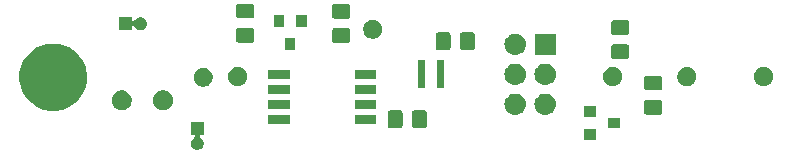
<source format=gbr>
G04 #@! TF.GenerationSoftware,KiCad,Pcbnew,(5.0.2)-1*
G04 #@! TF.CreationDate,2019-09-14T00:07:01-04:00*
G04 #@! TF.ProjectId,TARC Altimeter,54415243-2041-46c7-9469-6d657465722e,0.1*
G04 #@! TF.SameCoordinates,Original*
G04 #@! TF.FileFunction,Soldermask,Bot*
G04 #@! TF.FilePolarity,Negative*
%FSLAX46Y46*%
G04 Gerber Fmt 4.6, Leading zero omitted, Abs format (unit mm)*
G04 Created by KiCad (PCBNEW (5.0.2)-1) date 9/14/2019 12:07:01 AM*
%MOMM*%
%LPD*%
G01*
G04 APERTURE LIST*
%ADD10C,0.100000*%
G04 APERTURE END LIST*
D10*
G36*
X120947000Y-102913000D02*
X120718738Y-102913000D01*
X120694352Y-102915402D01*
X120670903Y-102922515D01*
X120649292Y-102934066D01*
X120630350Y-102949612D01*
X120614804Y-102968554D01*
X120603253Y-102990165D01*
X120596140Y-103013614D01*
X120593738Y-103038000D01*
X120596140Y-103062386D01*
X120603253Y-103085835D01*
X120614804Y-103107446D01*
X120630350Y-103126388D01*
X120659808Y-103148236D01*
X120703600Y-103171644D01*
X120787501Y-103240499D01*
X120856356Y-103324400D01*
X120907521Y-103420121D01*
X120939027Y-103523985D01*
X120949666Y-103632000D01*
X120939027Y-103740015D01*
X120907521Y-103843879D01*
X120856356Y-103939600D01*
X120787501Y-104023501D01*
X120703600Y-104092356D01*
X120607879Y-104143521D01*
X120504015Y-104175027D01*
X120423067Y-104183000D01*
X120368933Y-104183000D01*
X120287985Y-104175027D01*
X120184121Y-104143521D01*
X120088400Y-104092356D01*
X120004499Y-104023501D01*
X119935644Y-103939600D01*
X119884479Y-103843879D01*
X119852973Y-103740015D01*
X119842334Y-103632000D01*
X119852973Y-103523985D01*
X119884479Y-103420121D01*
X119935644Y-103324400D01*
X120004499Y-103240499D01*
X120088400Y-103171644D01*
X120132195Y-103148234D01*
X120152561Y-103134626D01*
X120169889Y-103117299D01*
X120183502Y-103096924D01*
X120192880Y-103074285D01*
X120197660Y-103050252D01*
X120197660Y-103025748D01*
X120192879Y-103001714D01*
X120183502Y-102979075D01*
X120169888Y-102958701D01*
X120152561Y-102941373D01*
X120132186Y-102927760D01*
X120109547Y-102918382D01*
X120073262Y-102913000D01*
X119845000Y-102913000D01*
X119845000Y-101811000D01*
X120947000Y-101811000D01*
X120947000Y-102913000D01*
X120947000Y-102913000D01*
G37*
G36*
X154171000Y-103321000D02*
X153169000Y-103321000D01*
X153169000Y-102419000D01*
X154171000Y-102419000D01*
X154171000Y-103321000D01*
X154171000Y-103321000D01*
G37*
G36*
X156171000Y-102371000D02*
X155169000Y-102371000D01*
X155169000Y-101469000D01*
X156171000Y-101469000D01*
X156171000Y-102371000D01*
X156171000Y-102371000D01*
G37*
G36*
X137623677Y-100853465D02*
X137661364Y-100864898D01*
X137696103Y-100883466D01*
X137726548Y-100908452D01*
X137751534Y-100938897D01*
X137770102Y-100973636D01*
X137781535Y-101011323D01*
X137786000Y-101056661D01*
X137786000Y-102143339D01*
X137781535Y-102188677D01*
X137770102Y-102226364D01*
X137751534Y-102261103D01*
X137726548Y-102291548D01*
X137696103Y-102316534D01*
X137661364Y-102335102D01*
X137623677Y-102346535D01*
X137578339Y-102351000D01*
X136741661Y-102351000D01*
X136696323Y-102346535D01*
X136658636Y-102335102D01*
X136623897Y-102316534D01*
X136593452Y-102291548D01*
X136568466Y-102261103D01*
X136549898Y-102226364D01*
X136538465Y-102188677D01*
X136534000Y-102143339D01*
X136534000Y-101056661D01*
X136538465Y-101011323D01*
X136549898Y-100973636D01*
X136568466Y-100938897D01*
X136593452Y-100908452D01*
X136623897Y-100883466D01*
X136658636Y-100864898D01*
X136696323Y-100853465D01*
X136741661Y-100849000D01*
X137578339Y-100849000D01*
X137623677Y-100853465D01*
X137623677Y-100853465D01*
G37*
G36*
X139673677Y-100853465D02*
X139711364Y-100864898D01*
X139746103Y-100883466D01*
X139776548Y-100908452D01*
X139801534Y-100938897D01*
X139820102Y-100973636D01*
X139831535Y-101011323D01*
X139836000Y-101056661D01*
X139836000Y-102143339D01*
X139831535Y-102188677D01*
X139820102Y-102226364D01*
X139801534Y-102261103D01*
X139776548Y-102291548D01*
X139746103Y-102316534D01*
X139711364Y-102335102D01*
X139673677Y-102346535D01*
X139628339Y-102351000D01*
X138791661Y-102351000D01*
X138746323Y-102346535D01*
X138708636Y-102335102D01*
X138673897Y-102316534D01*
X138643452Y-102291548D01*
X138618466Y-102261103D01*
X138599898Y-102226364D01*
X138588465Y-102188677D01*
X138584000Y-102143339D01*
X138584000Y-101056661D01*
X138588465Y-101011323D01*
X138599898Y-100973636D01*
X138618466Y-100938897D01*
X138643452Y-100908452D01*
X138673897Y-100883466D01*
X138708636Y-100864898D01*
X138746323Y-100853465D01*
X138791661Y-100849000D01*
X139628339Y-100849000D01*
X139673677Y-100853465D01*
X139673677Y-100853465D01*
G37*
G36*
X128221000Y-101976000D02*
X126419000Y-101976000D01*
X126419000Y-101224000D01*
X128221000Y-101224000D01*
X128221000Y-101976000D01*
X128221000Y-101976000D01*
G37*
G36*
X135521000Y-101976000D02*
X133719000Y-101976000D01*
X133719000Y-101224000D01*
X135521000Y-101224000D01*
X135521000Y-101976000D01*
X135521000Y-101976000D01*
G37*
G36*
X154171000Y-101421000D02*
X153169000Y-101421000D01*
X153169000Y-100519000D01*
X154171000Y-100519000D01*
X154171000Y-101421000D01*
X154171000Y-101421000D01*
G37*
G36*
X147430443Y-99435519D02*
X147496627Y-99442037D01*
X147609853Y-99476384D01*
X147666467Y-99493557D01*
X147805087Y-99567652D01*
X147822991Y-99577222D01*
X147858729Y-99606552D01*
X147960186Y-99689814D01*
X148043448Y-99791271D01*
X148072778Y-99827009D01*
X148072779Y-99827011D01*
X148156443Y-99983533D01*
X148162612Y-100003869D01*
X148207963Y-100153373D01*
X148225359Y-100330000D01*
X148207963Y-100506627D01*
X148188580Y-100570524D01*
X148156443Y-100676467D01*
X148098196Y-100785438D01*
X148072778Y-100832991D01*
X148057998Y-100851000D01*
X147960186Y-100970186D01*
X147858729Y-101053448D01*
X147822991Y-101082778D01*
X147822989Y-101082779D01*
X147666467Y-101166443D01*
X147636497Y-101175534D01*
X147496627Y-101217963D01*
X147435331Y-101224000D01*
X147364260Y-101231000D01*
X147275740Y-101231000D01*
X147204669Y-101224000D01*
X147143373Y-101217963D01*
X147003503Y-101175534D01*
X146973533Y-101166443D01*
X146817011Y-101082779D01*
X146817009Y-101082778D01*
X146781271Y-101053448D01*
X146679814Y-100970186D01*
X146582002Y-100851000D01*
X146567222Y-100832991D01*
X146541804Y-100785438D01*
X146483557Y-100676467D01*
X146451420Y-100570524D01*
X146432037Y-100506627D01*
X146414641Y-100330000D01*
X146432037Y-100153373D01*
X146477388Y-100003869D01*
X146483557Y-99983533D01*
X146567221Y-99827011D01*
X146567222Y-99827009D01*
X146596552Y-99791271D01*
X146679814Y-99689814D01*
X146781271Y-99606552D01*
X146817009Y-99577222D01*
X146834913Y-99567652D01*
X146973533Y-99493557D01*
X147030147Y-99476384D01*
X147143373Y-99442037D01*
X147209558Y-99435518D01*
X147275740Y-99429000D01*
X147364260Y-99429000D01*
X147430443Y-99435519D01*
X147430443Y-99435519D01*
G37*
G36*
X149970443Y-99435519D02*
X150036627Y-99442037D01*
X150149853Y-99476384D01*
X150206467Y-99493557D01*
X150345087Y-99567652D01*
X150362991Y-99577222D01*
X150398729Y-99606552D01*
X150500186Y-99689814D01*
X150583448Y-99791271D01*
X150612778Y-99827009D01*
X150612779Y-99827011D01*
X150696443Y-99983533D01*
X150702612Y-100003869D01*
X150747963Y-100153373D01*
X150765359Y-100330000D01*
X150747963Y-100506627D01*
X150728580Y-100570524D01*
X150696443Y-100676467D01*
X150638196Y-100785438D01*
X150612778Y-100832991D01*
X150597998Y-100851000D01*
X150500186Y-100970186D01*
X150398729Y-101053448D01*
X150362991Y-101082778D01*
X150362989Y-101082779D01*
X150206467Y-101166443D01*
X150176497Y-101175534D01*
X150036627Y-101217963D01*
X149975331Y-101224000D01*
X149904260Y-101231000D01*
X149815740Y-101231000D01*
X149744669Y-101224000D01*
X149683373Y-101217963D01*
X149543503Y-101175534D01*
X149513533Y-101166443D01*
X149357011Y-101082779D01*
X149357009Y-101082778D01*
X149321271Y-101053448D01*
X149219814Y-100970186D01*
X149122002Y-100851000D01*
X149107222Y-100832991D01*
X149081804Y-100785438D01*
X149023557Y-100676467D01*
X148991420Y-100570524D01*
X148972037Y-100506627D01*
X148954641Y-100330000D01*
X148972037Y-100153373D01*
X149017388Y-100003869D01*
X149023557Y-99983533D01*
X149107221Y-99827011D01*
X149107222Y-99827009D01*
X149136552Y-99791271D01*
X149219814Y-99689814D01*
X149321271Y-99606552D01*
X149357009Y-99577222D01*
X149374913Y-99567652D01*
X149513533Y-99493557D01*
X149570147Y-99476384D01*
X149683373Y-99442037D01*
X149749558Y-99435518D01*
X149815740Y-99429000D01*
X149904260Y-99429000D01*
X149970443Y-99435519D01*
X149970443Y-99435519D01*
G37*
G36*
X159592677Y-99962465D02*
X159630364Y-99973898D01*
X159665103Y-99992466D01*
X159695548Y-100017452D01*
X159720534Y-100047897D01*
X159739102Y-100082636D01*
X159750535Y-100120323D01*
X159755000Y-100165661D01*
X159755000Y-101002339D01*
X159750535Y-101047677D01*
X159739102Y-101085364D01*
X159720534Y-101120103D01*
X159695548Y-101150548D01*
X159665103Y-101175534D01*
X159630364Y-101194102D01*
X159592677Y-101205535D01*
X159547339Y-101210000D01*
X158460661Y-101210000D01*
X158415323Y-101205535D01*
X158377636Y-101194102D01*
X158342897Y-101175534D01*
X158312452Y-101150548D01*
X158287466Y-101120103D01*
X158268898Y-101085364D01*
X158257465Y-101047677D01*
X158253000Y-101002339D01*
X158253000Y-100165661D01*
X158257465Y-100120323D01*
X158268898Y-100082636D01*
X158287466Y-100047897D01*
X158312452Y-100017452D01*
X158342897Y-99992466D01*
X158377636Y-99973898D01*
X158415323Y-99962465D01*
X158460661Y-99958000D01*
X159547339Y-99958000D01*
X159592677Y-99962465D01*
X159592677Y-99962465D01*
G37*
G36*
X108760202Y-95247781D02*
X109035606Y-95302562D01*
X109554455Y-95517476D01*
X109906924Y-95752989D01*
X110021410Y-95829486D01*
X110418514Y-96226590D01*
X110418516Y-96226593D01*
X110730524Y-96693545D01*
X110945438Y-97212394D01*
X110976490Y-97368502D01*
X111055000Y-97763200D01*
X111055000Y-98324800D01*
X111034037Y-98430186D01*
X110945438Y-98875606D01*
X110730524Y-99394455D01*
X110595254Y-99596900D01*
X110418514Y-99861410D01*
X110021410Y-100258514D01*
X110021407Y-100258516D01*
X109554455Y-100570524D01*
X109035606Y-100785438D01*
X108870417Y-100818296D01*
X108484800Y-100895000D01*
X107923200Y-100895000D01*
X107537583Y-100818296D01*
X107372394Y-100785438D01*
X106853545Y-100570524D01*
X106386593Y-100258516D01*
X106386590Y-100258514D01*
X105989486Y-99861410D01*
X105812746Y-99596900D01*
X105677476Y-99394455D01*
X105462562Y-98875606D01*
X105373963Y-98430186D01*
X105353000Y-98324800D01*
X105353000Y-97763200D01*
X105431510Y-97368502D01*
X105462562Y-97212394D01*
X105677476Y-96693545D01*
X105989484Y-96226593D01*
X105989486Y-96226590D01*
X106386590Y-95829486D01*
X106501076Y-95752989D01*
X106853545Y-95517476D01*
X107372394Y-95302562D01*
X107647798Y-95247781D01*
X107923200Y-95193000D01*
X108484800Y-95193000D01*
X108760202Y-95247781D01*
X108760202Y-95247781D01*
G37*
G36*
X117748228Y-99181703D02*
X117903100Y-99245853D01*
X118042481Y-99338985D01*
X118161015Y-99457519D01*
X118254147Y-99596900D01*
X118318297Y-99751772D01*
X118351000Y-99916184D01*
X118351000Y-100083816D01*
X118318297Y-100248228D01*
X118254147Y-100403100D01*
X118161015Y-100542481D01*
X118042481Y-100661015D01*
X117903100Y-100754147D01*
X117748228Y-100818297D01*
X117583816Y-100851000D01*
X117416184Y-100851000D01*
X117251772Y-100818297D01*
X117096900Y-100754147D01*
X116957519Y-100661015D01*
X116838985Y-100542481D01*
X116745853Y-100403100D01*
X116681703Y-100248228D01*
X116649000Y-100083816D01*
X116649000Y-99916184D01*
X116681703Y-99751772D01*
X116745853Y-99596900D01*
X116838985Y-99457519D01*
X116957519Y-99338985D01*
X117096900Y-99245853D01*
X117251772Y-99181703D01*
X117416184Y-99149000D01*
X117583816Y-99149000D01*
X117748228Y-99181703D01*
X117748228Y-99181703D01*
G37*
G36*
X114248228Y-99181703D02*
X114403100Y-99245853D01*
X114542481Y-99338985D01*
X114661015Y-99457519D01*
X114754147Y-99596900D01*
X114818297Y-99751772D01*
X114851000Y-99916184D01*
X114851000Y-100083816D01*
X114818297Y-100248228D01*
X114754147Y-100403100D01*
X114661015Y-100542481D01*
X114542481Y-100661015D01*
X114403100Y-100754147D01*
X114248228Y-100818297D01*
X114083816Y-100851000D01*
X113916184Y-100851000D01*
X113751772Y-100818297D01*
X113596900Y-100754147D01*
X113457519Y-100661015D01*
X113338985Y-100542481D01*
X113245853Y-100403100D01*
X113181703Y-100248228D01*
X113149000Y-100083816D01*
X113149000Y-99916184D01*
X113181703Y-99751772D01*
X113245853Y-99596900D01*
X113338985Y-99457519D01*
X113457519Y-99338985D01*
X113596900Y-99245853D01*
X113751772Y-99181703D01*
X113916184Y-99149000D01*
X114083816Y-99149000D01*
X114248228Y-99181703D01*
X114248228Y-99181703D01*
G37*
G36*
X128221000Y-100706000D02*
X126419000Y-100706000D01*
X126419000Y-99954000D01*
X128221000Y-99954000D01*
X128221000Y-100706000D01*
X128221000Y-100706000D01*
G37*
G36*
X135521000Y-100706000D02*
X133719000Y-100706000D01*
X133719000Y-99954000D01*
X135521000Y-99954000D01*
X135521000Y-100706000D01*
X135521000Y-100706000D01*
G37*
G36*
X128221000Y-99436000D02*
X126419000Y-99436000D01*
X126419000Y-98684000D01*
X128221000Y-98684000D01*
X128221000Y-99436000D01*
X128221000Y-99436000D01*
G37*
G36*
X135521000Y-99436000D02*
X133719000Y-99436000D01*
X133719000Y-98684000D01*
X135521000Y-98684000D01*
X135521000Y-99436000D01*
X135521000Y-99436000D01*
G37*
G36*
X159592677Y-97912465D02*
X159630364Y-97923898D01*
X159665103Y-97942466D01*
X159695548Y-97967452D01*
X159720534Y-97997897D01*
X159739102Y-98032636D01*
X159750535Y-98070323D01*
X159755000Y-98115661D01*
X159755000Y-98952339D01*
X159750535Y-98997677D01*
X159739102Y-99035364D01*
X159720534Y-99070103D01*
X159695548Y-99100548D01*
X159665103Y-99125534D01*
X159630364Y-99144102D01*
X159592677Y-99155535D01*
X159547339Y-99160000D01*
X158460661Y-99160000D01*
X158415323Y-99155535D01*
X158377636Y-99144102D01*
X158342897Y-99125534D01*
X158312452Y-99100548D01*
X158287466Y-99070103D01*
X158268898Y-99035364D01*
X158257465Y-98997677D01*
X158253000Y-98952339D01*
X158253000Y-98115661D01*
X158257465Y-98070323D01*
X158268898Y-98032636D01*
X158287466Y-97997897D01*
X158312452Y-97967452D01*
X158342897Y-97942466D01*
X158377636Y-97923898D01*
X158415323Y-97912465D01*
X158460661Y-97908000D01*
X159547339Y-97908000D01*
X159592677Y-97912465D01*
X159592677Y-97912465D01*
G37*
G36*
X139671000Y-98991000D02*
X139069000Y-98991000D01*
X139069000Y-96589000D01*
X139671000Y-96589000D01*
X139671000Y-98991000D01*
X139671000Y-98991000D01*
G37*
G36*
X141271000Y-98991000D02*
X140669000Y-98991000D01*
X140669000Y-96589000D01*
X141271000Y-96589000D01*
X141271000Y-98991000D01*
X141271000Y-98991000D01*
G37*
G36*
X121137643Y-97273781D02*
X121283415Y-97334162D01*
X121414611Y-97421824D01*
X121526176Y-97533389D01*
X121613838Y-97664585D01*
X121674219Y-97810357D01*
X121705000Y-97965107D01*
X121705000Y-98122893D01*
X121674219Y-98277643D01*
X121613838Y-98423415D01*
X121526176Y-98554611D01*
X121414611Y-98666176D01*
X121283415Y-98753838D01*
X121137643Y-98814219D01*
X120982893Y-98845000D01*
X120825107Y-98845000D01*
X120670357Y-98814219D01*
X120524585Y-98753838D01*
X120393389Y-98666176D01*
X120281824Y-98554611D01*
X120194162Y-98423415D01*
X120133781Y-98277643D01*
X120103000Y-98122893D01*
X120103000Y-97965107D01*
X120133781Y-97810357D01*
X120194162Y-97664585D01*
X120281824Y-97533389D01*
X120393389Y-97421824D01*
X120524585Y-97334162D01*
X120670357Y-97273781D01*
X120825107Y-97243000D01*
X120982893Y-97243000D01*
X121137643Y-97273781D01*
X121137643Y-97273781D01*
G37*
G36*
X124062142Y-97218242D02*
X124176583Y-97265646D01*
X124196226Y-97273782D01*
X124210102Y-97279530D01*
X124221295Y-97287009D01*
X124343257Y-97368501D01*
X124456499Y-97481743D01*
X124500683Y-97547870D01*
X124545470Y-97614898D01*
X124606758Y-97762858D01*
X124638000Y-97919925D01*
X124638000Y-98080075D01*
X124606758Y-98237142D01*
X124545470Y-98385102D01*
X124456498Y-98518258D01*
X124343258Y-98631498D01*
X124210102Y-98720470D01*
X124062142Y-98781758D01*
X123905075Y-98813000D01*
X123744925Y-98813000D01*
X123587858Y-98781758D01*
X123439898Y-98720470D01*
X123306742Y-98631498D01*
X123193502Y-98518258D01*
X123104530Y-98385102D01*
X123043242Y-98237142D01*
X123012000Y-98080075D01*
X123012000Y-97919925D01*
X123043242Y-97762858D01*
X123104530Y-97614898D01*
X123149317Y-97547870D01*
X123193501Y-97481743D01*
X123306743Y-97368501D01*
X123428705Y-97287009D01*
X123439898Y-97279530D01*
X123453775Y-97273782D01*
X123473417Y-97265646D01*
X123587858Y-97218242D01*
X123744925Y-97187000D01*
X123905075Y-97187000D01*
X124062142Y-97218242D01*
X124062142Y-97218242D01*
G37*
G36*
X168587142Y-97218242D02*
X168701583Y-97265646D01*
X168721226Y-97273782D01*
X168735102Y-97279530D01*
X168746295Y-97287009D01*
X168868257Y-97368501D01*
X168981499Y-97481743D01*
X169025683Y-97547870D01*
X169070470Y-97614898D01*
X169131758Y-97762858D01*
X169163000Y-97919925D01*
X169163000Y-98080075D01*
X169131758Y-98237142D01*
X169070470Y-98385102D01*
X168981498Y-98518258D01*
X168868258Y-98631498D01*
X168735102Y-98720470D01*
X168587142Y-98781758D01*
X168430075Y-98813000D01*
X168269925Y-98813000D01*
X168112858Y-98781758D01*
X167964898Y-98720470D01*
X167831742Y-98631498D01*
X167718502Y-98518258D01*
X167629530Y-98385102D01*
X167568242Y-98237142D01*
X167537000Y-98080075D01*
X167537000Y-97919925D01*
X167568242Y-97762858D01*
X167629530Y-97614898D01*
X167674317Y-97547870D01*
X167718501Y-97481743D01*
X167831743Y-97368501D01*
X167953705Y-97287009D01*
X167964898Y-97279530D01*
X167978775Y-97273782D01*
X167998417Y-97265646D01*
X168112858Y-97218242D01*
X168269925Y-97187000D01*
X168430075Y-97187000D01*
X168587142Y-97218242D01*
X168587142Y-97218242D01*
G37*
G36*
X162087142Y-97218242D02*
X162201583Y-97265646D01*
X162221226Y-97273782D01*
X162235102Y-97279530D01*
X162246295Y-97287009D01*
X162368257Y-97368501D01*
X162481499Y-97481743D01*
X162525683Y-97547870D01*
X162570470Y-97614898D01*
X162631758Y-97762858D01*
X162663000Y-97919925D01*
X162663000Y-98080075D01*
X162631758Y-98237142D01*
X162570470Y-98385102D01*
X162481498Y-98518258D01*
X162368258Y-98631498D01*
X162235102Y-98720470D01*
X162087142Y-98781758D01*
X161930075Y-98813000D01*
X161769925Y-98813000D01*
X161612858Y-98781758D01*
X161464898Y-98720470D01*
X161331742Y-98631498D01*
X161218502Y-98518258D01*
X161129530Y-98385102D01*
X161068242Y-98237142D01*
X161037000Y-98080075D01*
X161037000Y-97919925D01*
X161068242Y-97762858D01*
X161129530Y-97614898D01*
X161174317Y-97547870D01*
X161218501Y-97481743D01*
X161331743Y-97368501D01*
X161453705Y-97287009D01*
X161464898Y-97279530D01*
X161478775Y-97273782D01*
X161498417Y-97265646D01*
X161612858Y-97218242D01*
X161769925Y-97187000D01*
X161930075Y-97187000D01*
X162087142Y-97218242D01*
X162087142Y-97218242D01*
G37*
G36*
X155812142Y-97218242D02*
X155926583Y-97265646D01*
X155946226Y-97273782D01*
X155960102Y-97279530D01*
X155971295Y-97287009D01*
X156093257Y-97368501D01*
X156206499Y-97481743D01*
X156250683Y-97547870D01*
X156295470Y-97614898D01*
X156356758Y-97762858D01*
X156388000Y-97919925D01*
X156388000Y-98080075D01*
X156356758Y-98237142D01*
X156295470Y-98385102D01*
X156206498Y-98518258D01*
X156093258Y-98631498D01*
X155960102Y-98720470D01*
X155812142Y-98781758D01*
X155655075Y-98813000D01*
X155494925Y-98813000D01*
X155337858Y-98781758D01*
X155189898Y-98720470D01*
X155056742Y-98631498D01*
X154943502Y-98518258D01*
X154854530Y-98385102D01*
X154793242Y-98237142D01*
X154762000Y-98080075D01*
X154762000Y-97919925D01*
X154793242Y-97762858D01*
X154854530Y-97614898D01*
X154899317Y-97547870D01*
X154943501Y-97481743D01*
X155056743Y-97368501D01*
X155178705Y-97287009D01*
X155189898Y-97279530D01*
X155203775Y-97273782D01*
X155223417Y-97265646D01*
X155337858Y-97218242D01*
X155494925Y-97187000D01*
X155655075Y-97187000D01*
X155812142Y-97218242D01*
X155812142Y-97218242D01*
G37*
G36*
X149970442Y-96895518D02*
X150036627Y-96902037D01*
X150149853Y-96936384D01*
X150206467Y-96953557D01*
X150345087Y-97027652D01*
X150362991Y-97037222D01*
X150367594Y-97041000D01*
X150500186Y-97149814D01*
X150583448Y-97251271D01*
X150612778Y-97287009D01*
X150612779Y-97287011D01*
X150696443Y-97443533D01*
X150696443Y-97443534D01*
X150747963Y-97613373D01*
X150765359Y-97790000D01*
X150747963Y-97966627D01*
X150741565Y-97987718D01*
X150696443Y-98136467D01*
X150680657Y-98166000D01*
X150612778Y-98292991D01*
X150586674Y-98324799D01*
X150500186Y-98430186D01*
X150398729Y-98513448D01*
X150362991Y-98542778D01*
X150362989Y-98542779D01*
X150206467Y-98626443D01*
X150189799Y-98631499D01*
X150036627Y-98677963D01*
X149975331Y-98684000D01*
X149904260Y-98691000D01*
X149815740Y-98691000D01*
X149744669Y-98684000D01*
X149683373Y-98677963D01*
X149530201Y-98631499D01*
X149513533Y-98626443D01*
X149357011Y-98542779D01*
X149357009Y-98542778D01*
X149321271Y-98513448D01*
X149219814Y-98430186D01*
X149133326Y-98324799D01*
X149107222Y-98292991D01*
X149039343Y-98166000D01*
X149023557Y-98136467D01*
X148978435Y-97987718D01*
X148972037Y-97966627D01*
X148954641Y-97790000D01*
X148972037Y-97613373D01*
X149023557Y-97443534D01*
X149023557Y-97443533D01*
X149107221Y-97287011D01*
X149107222Y-97287009D01*
X149136552Y-97251271D01*
X149219814Y-97149814D01*
X149352406Y-97041000D01*
X149357009Y-97037222D01*
X149374913Y-97027652D01*
X149513533Y-96953557D01*
X149570147Y-96936384D01*
X149683373Y-96902037D01*
X149749558Y-96895518D01*
X149815740Y-96889000D01*
X149904260Y-96889000D01*
X149970442Y-96895518D01*
X149970442Y-96895518D01*
G37*
G36*
X147430442Y-96895518D02*
X147496627Y-96902037D01*
X147609853Y-96936384D01*
X147666467Y-96953557D01*
X147805087Y-97027652D01*
X147822991Y-97037222D01*
X147827594Y-97041000D01*
X147960186Y-97149814D01*
X148043448Y-97251271D01*
X148072778Y-97287009D01*
X148072779Y-97287011D01*
X148156443Y-97443533D01*
X148156443Y-97443534D01*
X148207963Y-97613373D01*
X148225359Y-97790000D01*
X148207963Y-97966627D01*
X148201565Y-97987718D01*
X148156443Y-98136467D01*
X148140657Y-98166000D01*
X148072778Y-98292991D01*
X148046674Y-98324799D01*
X147960186Y-98430186D01*
X147858729Y-98513448D01*
X147822991Y-98542778D01*
X147822989Y-98542779D01*
X147666467Y-98626443D01*
X147649799Y-98631499D01*
X147496627Y-98677963D01*
X147435331Y-98684000D01*
X147364260Y-98691000D01*
X147275740Y-98691000D01*
X147204669Y-98684000D01*
X147143373Y-98677963D01*
X146990201Y-98631499D01*
X146973533Y-98626443D01*
X146817011Y-98542779D01*
X146817009Y-98542778D01*
X146781271Y-98513448D01*
X146679814Y-98430186D01*
X146593326Y-98324799D01*
X146567222Y-98292991D01*
X146499343Y-98166000D01*
X146483557Y-98136467D01*
X146438435Y-97987718D01*
X146432037Y-97966627D01*
X146414641Y-97790000D01*
X146432037Y-97613373D01*
X146483557Y-97443534D01*
X146483557Y-97443533D01*
X146567221Y-97287011D01*
X146567222Y-97287009D01*
X146596552Y-97251271D01*
X146679814Y-97149814D01*
X146812406Y-97041000D01*
X146817009Y-97037222D01*
X146834913Y-97027652D01*
X146973533Y-96953557D01*
X147030147Y-96936384D01*
X147143373Y-96902037D01*
X147209558Y-96895518D01*
X147275740Y-96889000D01*
X147364260Y-96889000D01*
X147430442Y-96895518D01*
X147430442Y-96895518D01*
G37*
G36*
X135521000Y-98166000D02*
X133719000Y-98166000D01*
X133719000Y-97414000D01*
X135521000Y-97414000D01*
X135521000Y-98166000D01*
X135521000Y-98166000D01*
G37*
G36*
X128221000Y-98166000D02*
X126419000Y-98166000D01*
X126419000Y-97414000D01*
X128221000Y-97414000D01*
X128221000Y-98166000D01*
X128221000Y-98166000D01*
G37*
G36*
X156798677Y-95263465D02*
X156836364Y-95274898D01*
X156871103Y-95293466D01*
X156901548Y-95318452D01*
X156926534Y-95348897D01*
X156945102Y-95383636D01*
X156956535Y-95421323D01*
X156961000Y-95466661D01*
X156961000Y-96303339D01*
X156956535Y-96348677D01*
X156945102Y-96386364D01*
X156926534Y-96421103D01*
X156901548Y-96451548D01*
X156871103Y-96476534D01*
X156836364Y-96495102D01*
X156798677Y-96506535D01*
X156753339Y-96511000D01*
X155666661Y-96511000D01*
X155621323Y-96506535D01*
X155583636Y-96495102D01*
X155548897Y-96476534D01*
X155518452Y-96451548D01*
X155493466Y-96421103D01*
X155474898Y-96386364D01*
X155463465Y-96348677D01*
X155459000Y-96303339D01*
X155459000Y-95466661D01*
X155463465Y-95421323D01*
X155474898Y-95383636D01*
X155493466Y-95348897D01*
X155518452Y-95318452D01*
X155548897Y-95293466D01*
X155583636Y-95274898D01*
X155621323Y-95263465D01*
X155666661Y-95259000D01*
X156753339Y-95259000D01*
X156798677Y-95263465D01*
X156798677Y-95263465D01*
G37*
G36*
X147430442Y-94355518D02*
X147496627Y-94362037D01*
X147560069Y-94381282D01*
X147666467Y-94413557D01*
X147746872Y-94456535D01*
X147822991Y-94497222D01*
X147847301Y-94517173D01*
X147960186Y-94609814D01*
X148025858Y-94689837D01*
X148072778Y-94747009D01*
X148072779Y-94747011D01*
X148156443Y-94903533D01*
X148156443Y-94903534D01*
X148207963Y-95073373D01*
X148225359Y-95250000D01*
X148207963Y-95426627D01*
X148192356Y-95478075D01*
X148156443Y-95596467D01*
X148124032Y-95657103D01*
X148072778Y-95752991D01*
X148043448Y-95788729D01*
X147960186Y-95890186D01*
X147858729Y-95973448D01*
X147822991Y-96002778D01*
X147822989Y-96002779D01*
X147666467Y-96086443D01*
X147609853Y-96103616D01*
X147496627Y-96137963D01*
X147430443Y-96144481D01*
X147364260Y-96151000D01*
X147275740Y-96151000D01*
X147209558Y-96144482D01*
X147143373Y-96137963D01*
X147030147Y-96103616D01*
X146973533Y-96086443D01*
X146817011Y-96002779D01*
X146817009Y-96002778D01*
X146781271Y-95973448D01*
X146679814Y-95890186D01*
X146596552Y-95788729D01*
X146567222Y-95752991D01*
X146515968Y-95657103D01*
X146483557Y-95596467D01*
X146447644Y-95478075D01*
X146432037Y-95426627D01*
X146414641Y-95250000D01*
X146432037Y-95073373D01*
X146483557Y-94903534D01*
X146483557Y-94903533D01*
X146567221Y-94747011D01*
X146567222Y-94747009D01*
X146614142Y-94689837D01*
X146679814Y-94609814D01*
X146792699Y-94517173D01*
X146817009Y-94497222D01*
X146893128Y-94456535D01*
X146973533Y-94413557D01*
X147079931Y-94381282D01*
X147143373Y-94362037D01*
X147209557Y-94355519D01*
X147275740Y-94349000D01*
X147364260Y-94349000D01*
X147430442Y-94355518D01*
X147430442Y-94355518D01*
G37*
G36*
X150761000Y-96151000D02*
X148959000Y-96151000D01*
X148959000Y-94349000D01*
X150761000Y-94349000D01*
X150761000Y-96151000D01*
X150761000Y-96151000D01*
G37*
G36*
X128721000Y-95751000D02*
X127819000Y-95751000D01*
X127819000Y-94749000D01*
X128721000Y-94749000D01*
X128721000Y-95751000D01*
X128721000Y-95751000D01*
G37*
G36*
X141687677Y-94249465D02*
X141725364Y-94260898D01*
X141760103Y-94279466D01*
X141790548Y-94304452D01*
X141815534Y-94334897D01*
X141834102Y-94369636D01*
X141845535Y-94407323D01*
X141850000Y-94452661D01*
X141850000Y-95539339D01*
X141845535Y-95584677D01*
X141834102Y-95622364D01*
X141815534Y-95657103D01*
X141790548Y-95687548D01*
X141760103Y-95712534D01*
X141725364Y-95731102D01*
X141687677Y-95742535D01*
X141642339Y-95747000D01*
X140805661Y-95747000D01*
X140760323Y-95742535D01*
X140722636Y-95731102D01*
X140687897Y-95712534D01*
X140657452Y-95687548D01*
X140632466Y-95657103D01*
X140613898Y-95622364D01*
X140602465Y-95584677D01*
X140598000Y-95539339D01*
X140598000Y-94452661D01*
X140602465Y-94407323D01*
X140613898Y-94369636D01*
X140632466Y-94334897D01*
X140657452Y-94304452D01*
X140687897Y-94279466D01*
X140722636Y-94260898D01*
X140760323Y-94249465D01*
X140805661Y-94245000D01*
X141642339Y-94245000D01*
X141687677Y-94249465D01*
X141687677Y-94249465D01*
G37*
G36*
X143737677Y-94249465D02*
X143775364Y-94260898D01*
X143810103Y-94279466D01*
X143840548Y-94304452D01*
X143865534Y-94334897D01*
X143884102Y-94369636D01*
X143895535Y-94407323D01*
X143900000Y-94452661D01*
X143900000Y-95539339D01*
X143895535Y-95584677D01*
X143884102Y-95622364D01*
X143865534Y-95657103D01*
X143840548Y-95687548D01*
X143810103Y-95712534D01*
X143775364Y-95731102D01*
X143737677Y-95742535D01*
X143692339Y-95747000D01*
X142855661Y-95747000D01*
X142810323Y-95742535D01*
X142772636Y-95731102D01*
X142737897Y-95712534D01*
X142707452Y-95687548D01*
X142682466Y-95657103D01*
X142663898Y-95622364D01*
X142652465Y-95584677D01*
X142648000Y-95539339D01*
X142648000Y-94452661D01*
X142652465Y-94407323D01*
X142663898Y-94369636D01*
X142682466Y-94334897D01*
X142707452Y-94304452D01*
X142737897Y-94279466D01*
X142772636Y-94260898D01*
X142810323Y-94249465D01*
X142855661Y-94245000D01*
X143692339Y-94245000D01*
X143737677Y-94249465D01*
X143737677Y-94249465D01*
G37*
G36*
X133176677Y-93884465D02*
X133214364Y-93895898D01*
X133249103Y-93914466D01*
X133279548Y-93939452D01*
X133304534Y-93969897D01*
X133323102Y-94004636D01*
X133334535Y-94042323D01*
X133339000Y-94087661D01*
X133339000Y-94924339D01*
X133334535Y-94969677D01*
X133323102Y-95007364D01*
X133304534Y-95042103D01*
X133279548Y-95072548D01*
X133249103Y-95097534D01*
X133214364Y-95116102D01*
X133176677Y-95127535D01*
X133131339Y-95132000D01*
X132044661Y-95132000D01*
X131999323Y-95127535D01*
X131961636Y-95116102D01*
X131926897Y-95097534D01*
X131896452Y-95072548D01*
X131871466Y-95042103D01*
X131852898Y-95007364D01*
X131841465Y-94969677D01*
X131837000Y-94924339D01*
X131837000Y-94087661D01*
X131841465Y-94042323D01*
X131852898Y-94004636D01*
X131871466Y-93969897D01*
X131896452Y-93939452D01*
X131926897Y-93914466D01*
X131961636Y-93895898D01*
X131999323Y-93884465D01*
X132044661Y-93880000D01*
X133131339Y-93880000D01*
X133176677Y-93884465D01*
X133176677Y-93884465D01*
G37*
G36*
X125048677Y-93866465D02*
X125086364Y-93877898D01*
X125121103Y-93896466D01*
X125151548Y-93921452D01*
X125176534Y-93951897D01*
X125195102Y-93986636D01*
X125206535Y-94024323D01*
X125211000Y-94069661D01*
X125211000Y-94906339D01*
X125206535Y-94951677D01*
X125195102Y-94989364D01*
X125176534Y-95024103D01*
X125151548Y-95054548D01*
X125121103Y-95079534D01*
X125086364Y-95098102D01*
X125048677Y-95109535D01*
X125003339Y-95114000D01*
X123916661Y-95114000D01*
X123871323Y-95109535D01*
X123833636Y-95098102D01*
X123798897Y-95079534D01*
X123768452Y-95054548D01*
X123743466Y-95024103D01*
X123724898Y-94989364D01*
X123713465Y-94951677D01*
X123709000Y-94906339D01*
X123709000Y-94069661D01*
X123713465Y-94024323D01*
X123724898Y-93986636D01*
X123743466Y-93951897D01*
X123768452Y-93921452D01*
X123798897Y-93896466D01*
X123833636Y-93877898D01*
X123871323Y-93866465D01*
X123916661Y-93862000D01*
X125003339Y-93862000D01*
X125048677Y-93866465D01*
X125048677Y-93866465D01*
G37*
G36*
X135488643Y-93209781D02*
X135634415Y-93270162D01*
X135765611Y-93357824D01*
X135877176Y-93469389D01*
X135964838Y-93600585D01*
X136025219Y-93746357D01*
X136056000Y-93901107D01*
X136056000Y-94058893D01*
X136025219Y-94213643D01*
X135964838Y-94359415D01*
X135877176Y-94490611D01*
X135765611Y-94602176D01*
X135634415Y-94689838D01*
X135488643Y-94750219D01*
X135333893Y-94781000D01*
X135176107Y-94781000D01*
X135021357Y-94750219D01*
X134875585Y-94689838D01*
X134744389Y-94602176D01*
X134632824Y-94490611D01*
X134545162Y-94359415D01*
X134484781Y-94213643D01*
X134454000Y-94058893D01*
X134454000Y-93901107D01*
X134484781Y-93746357D01*
X134545162Y-93600585D01*
X134632824Y-93469389D01*
X134744389Y-93357824D01*
X134875585Y-93270162D01*
X135021357Y-93209781D01*
X135176107Y-93179000D01*
X135333893Y-93179000D01*
X135488643Y-93209781D01*
X135488643Y-93209781D01*
G37*
G36*
X156798677Y-93213465D02*
X156836364Y-93224898D01*
X156871103Y-93243466D01*
X156901548Y-93268452D01*
X156926534Y-93298897D01*
X156945102Y-93333636D01*
X156956535Y-93371323D01*
X156961000Y-93416661D01*
X156961000Y-94253339D01*
X156956535Y-94298677D01*
X156945102Y-94336364D01*
X156926534Y-94371103D01*
X156901548Y-94401548D01*
X156871103Y-94426534D01*
X156836364Y-94445102D01*
X156798677Y-94456535D01*
X156753339Y-94461000D01*
X155666661Y-94461000D01*
X155621323Y-94456535D01*
X155583636Y-94445102D01*
X155548897Y-94426534D01*
X155518452Y-94401548D01*
X155493466Y-94371103D01*
X155474898Y-94336364D01*
X155463465Y-94298677D01*
X155459000Y-94253339D01*
X155459000Y-93416661D01*
X155463465Y-93371323D01*
X155474898Y-93333636D01*
X155493466Y-93298897D01*
X155518452Y-93268452D01*
X155548897Y-93243466D01*
X155583636Y-93224898D01*
X155621323Y-93213465D01*
X155666661Y-93209000D01*
X156753339Y-93209000D01*
X156798677Y-93213465D01*
X156798677Y-93213465D01*
G37*
G36*
X114851000Y-93177262D02*
X114853402Y-93201648D01*
X114860515Y-93225097D01*
X114872066Y-93246708D01*
X114887612Y-93265650D01*
X114906554Y-93281196D01*
X114928165Y-93292747D01*
X114951614Y-93299860D01*
X114976000Y-93302262D01*
X115000386Y-93299860D01*
X115023835Y-93292747D01*
X115045446Y-93281196D01*
X115064388Y-93265650D01*
X115086236Y-93236192D01*
X115109644Y-93192400D01*
X115178499Y-93108499D01*
X115262400Y-93039644D01*
X115358121Y-92988479D01*
X115461985Y-92956973D01*
X115542933Y-92949000D01*
X115597067Y-92949000D01*
X115678015Y-92956973D01*
X115781879Y-92988479D01*
X115877600Y-93039644D01*
X115961501Y-93108499D01*
X116030356Y-93192400D01*
X116081521Y-93288121D01*
X116113027Y-93391985D01*
X116123666Y-93500000D01*
X116113027Y-93608015D01*
X116081521Y-93711879D01*
X116030356Y-93807600D01*
X115961501Y-93891501D01*
X115877600Y-93960356D01*
X115781879Y-94011521D01*
X115678015Y-94043027D01*
X115597067Y-94051000D01*
X115542933Y-94051000D01*
X115461985Y-94043027D01*
X115358121Y-94011521D01*
X115262400Y-93960356D01*
X115178499Y-93891501D01*
X115109644Y-93807600D01*
X115086234Y-93763805D01*
X115072626Y-93743439D01*
X115055299Y-93726111D01*
X115034924Y-93712498D01*
X115012285Y-93703120D01*
X114988252Y-93698340D01*
X114963748Y-93698340D01*
X114939714Y-93703121D01*
X114917075Y-93712498D01*
X114896701Y-93726112D01*
X114879373Y-93743439D01*
X114865760Y-93763814D01*
X114856382Y-93786453D01*
X114851000Y-93822738D01*
X114851000Y-94051000D01*
X113749000Y-94051000D01*
X113749000Y-92949000D01*
X114851000Y-92949000D01*
X114851000Y-93177262D01*
X114851000Y-93177262D01*
G37*
G36*
X129671000Y-93751000D02*
X128769000Y-93751000D01*
X128769000Y-92749000D01*
X129671000Y-92749000D01*
X129671000Y-93751000D01*
X129671000Y-93751000D01*
G37*
G36*
X127771000Y-93751000D02*
X126869000Y-93751000D01*
X126869000Y-92749000D01*
X127771000Y-92749000D01*
X127771000Y-93751000D01*
X127771000Y-93751000D01*
G37*
G36*
X133176677Y-91834465D02*
X133214364Y-91845898D01*
X133249103Y-91864466D01*
X133279548Y-91889452D01*
X133304534Y-91919897D01*
X133323102Y-91954636D01*
X133334535Y-91992323D01*
X133339000Y-92037661D01*
X133339000Y-92874339D01*
X133334535Y-92919677D01*
X133323102Y-92957364D01*
X133304534Y-92992103D01*
X133279548Y-93022548D01*
X133249103Y-93047534D01*
X133214364Y-93066102D01*
X133176677Y-93077535D01*
X133131339Y-93082000D01*
X132044661Y-93082000D01*
X131999323Y-93077535D01*
X131961636Y-93066102D01*
X131926897Y-93047534D01*
X131896452Y-93022548D01*
X131871466Y-92992103D01*
X131852898Y-92957364D01*
X131841465Y-92919677D01*
X131837000Y-92874339D01*
X131837000Y-92037661D01*
X131841465Y-91992323D01*
X131852898Y-91954636D01*
X131871466Y-91919897D01*
X131896452Y-91889452D01*
X131926897Y-91864466D01*
X131961636Y-91845898D01*
X131999323Y-91834465D01*
X132044661Y-91830000D01*
X133131339Y-91830000D01*
X133176677Y-91834465D01*
X133176677Y-91834465D01*
G37*
G36*
X125048677Y-91816465D02*
X125086364Y-91827898D01*
X125121103Y-91846466D01*
X125151548Y-91871452D01*
X125176534Y-91901897D01*
X125195102Y-91936636D01*
X125206535Y-91974323D01*
X125211000Y-92019661D01*
X125211000Y-92856339D01*
X125206535Y-92901677D01*
X125195102Y-92939364D01*
X125176534Y-92974103D01*
X125151548Y-93004548D01*
X125121103Y-93029534D01*
X125086364Y-93048102D01*
X125048677Y-93059535D01*
X125003339Y-93064000D01*
X123916661Y-93064000D01*
X123871323Y-93059535D01*
X123833636Y-93048102D01*
X123798897Y-93029534D01*
X123768452Y-93004548D01*
X123743466Y-92974103D01*
X123724898Y-92939364D01*
X123713465Y-92901677D01*
X123709000Y-92856339D01*
X123709000Y-92019661D01*
X123713465Y-91974323D01*
X123724898Y-91936636D01*
X123743466Y-91901897D01*
X123768452Y-91871452D01*
X123798897Y-91846466D01*
X123833636Y-91827898D01*
X123871323Y-91816465D01*
X123916661Y-91812000D01*
X125003339Y-91812000D01*
X125048677Y-91816465D01*
X125048677Y-91816465D01*
G37*
M02*

</source>
